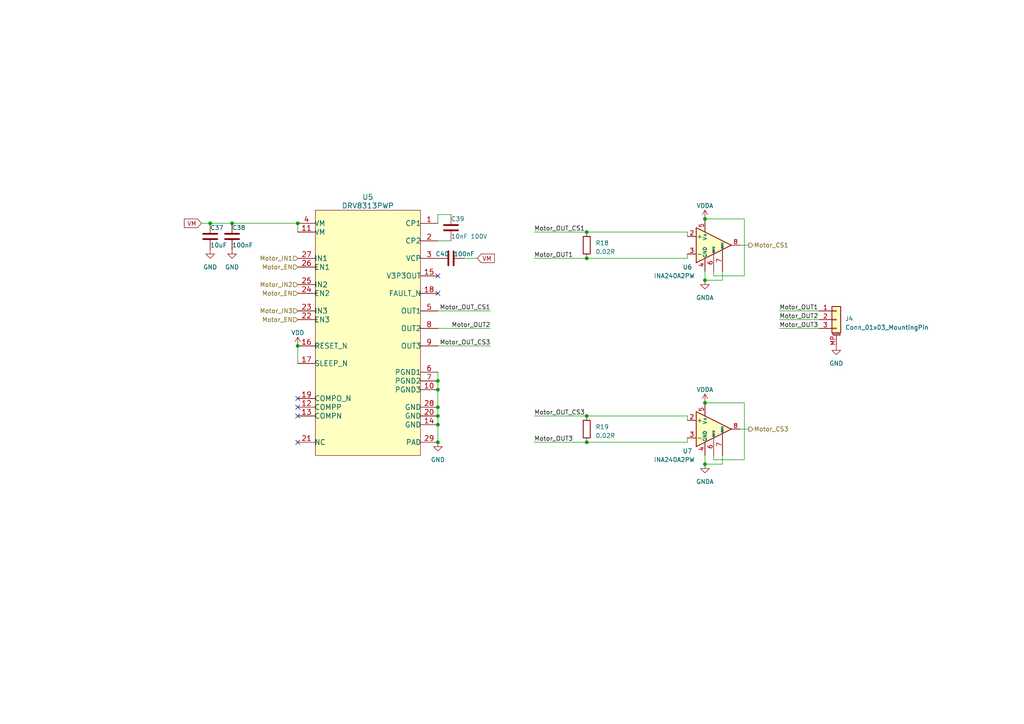
<source format=kicad_sch>
(kicad_sch (version 20230121) (generator eeschema)
  (paper "A4")
  (lib_symbols
    (symbol "Amplifier_Current:INA240A2PW" (pin_names (offset 0.127))
      (property "Reference" "U" (at 3.81 3.81 0))
      (property "Value" "INA240A2PW" (at 3.81 -2.54 0))
      (symbol "INA240A2PW_0_1"
        (polyline (pts (xy 5.08 0) (xy -5.08 5.08) (xy -5.08 -5.08) (xy 5.08 0)) (stroke (width 0.254)) (fill (type background)))
      )
      (symbol "INA240A2PW_1_1"
        (pin passive line (at -2.54 -7.62 90) (length 3.81) hide (name "GND") (number "1"))
        (pin input line (at -7.62 2.54 0) (length 2.54) (name "+") (number "2"))
        (pin input line (at -7.62 -2.54 0) (length 2.54) (name "-") (number "3"))
        (pin power_in line (at -2.54 -7.62 90) (length 3.81) (name "GND") (number "4"))
        (pin power_in line (at -2.54 7.62 270) (length 3.81) (name "V+") (number "5"))
        (pin passive line (at 0 -7.62 90) (length 5.08) (name "REF2") (number "6"))
        (pin passive line (at 2.54 -7.62 90) (length 6.35) (name "REF1") (number "7"))
        (pin output line (at 7.62 0 180) (length 2.54) (name "~") (number "8"))
      )
    )
    (symbol "Connector_Generic_MountingPin:Conn_01x03_MountingPin" (pin_names (offset 1.016) hide)
      (property "Reference" "J" (at 0 5.08 0))
      (property "Value" "Conn_01x03_MountingPin" (at 1.27 -5.08 0))
      (symbol "Conn_01x03_MountingPin_1_1"
        (rectangle (start -1.27 -2.413) (end 0 -2.667) (stroke (width 0.1524)))
        (rectangle (start -1.27 0.127) (end 0 -0.127) (stroke (width 0.1524)))
        (rectangle (start -1.27 2.667) (end 0 2.413) (stroke (width 0.1524)))
        (rectangle (start -1.27 3.81) (end 1.27 -3.81) (stroke (width 0.254)) (fill (type background)))
        (polyline (pts (xy -1.016 -4.572) (xy 1.016 -4.572)) (stroke (width 0.1524)))
        (text "Mounting" (at 0 -4.191 0) (effects (font (size 0.381 0.381))))
        (pin passive line (at -5.08 2.54 0) (length 3.81) (name "Pin_1") (number "1"))
        (pin passive line (at -5.08 0 0) (length 3.81) (name "Pin_2") (number "2"))
        (pin passive line (at -5.08 -2.54 0) (length 3.81) (name "Pin_3") (number "3"))
        (pin passive line (at 0 -7.62 90) (length 3.048) (name "MountPin") (number "MP"))
      )
    )
    (symbol "Device:C" (pin_numbers hide) (pin_names (offset 0.254))
      (property "Reference" "C" (at 0.635 2.54 0))
      (property "Value" "C" (at 0.635 -2.54 0))
      (symbol "C_0_1"
        (polyline (pts (xy -2.032 -0.762) (xy 2.032 -0.762)) (stroke (width 0.508)))
        (polyline (pts (xy -2.032 0.762) (xy 2.032 0.762)) (stroke (width 0.508)))
      )
      (symbol "C_1_1"
        (pin passive line (at 0 3.81 270) (length 2.794) (name "~") (number "1"))
        (pin passive line (at 0 -3.81 90) (length 2.794) (name "~") (number "2"))
      )
    )
    (symbol "Device:R" (pin_numbers hide) (pin_names (offset 0))
      (property "Reference" "R" (at 2.032 0 90))
      (property "Value" "R" (at 0 0 90))
      (symbol "R_0_1"
        (rectangle (start -1.016 -2.54) (end 1.016 2.54) (stroke (width 0.254)))
      )
      (symbol "R_1_1"
        (pin passive line (at 0 3.81 270) (length 1.27) (name "~") (number "1"))
        (pin passive line (at 0 -3.81 90) (length 1.27) (name "~") (number "2"))
      )
    )
    (symbol "czm_kicad_lib:DRV8313PWP" (pin_names (offset -0.254))
      (property "Reference" "U" (at 0 2.54 0))
      (property "Value" "DRV8313PWP" (at 0 0 0))
      (symbol "DRV8313PWP_1_1"
        (rectangle (start -15.24 34.29) (end 15.24 -36.83) (fill (type background)))
        (pin bidirectional line (at 20.32 30.48 180) (length 5.08) (name "CP1") (number "1"))
        (pin power_in line (at 20.32 -17.78 180) (length 5.08) (name "PGND3") (number "10"))
        (pin power_in line (at -20.32 27.94 0) (length 5.08) (name "VM") (number "11"))
        (pin input line (at -20.32 -22.86 0) (length 5.08) (name "COMPP") (number "12"))
        (pin input line (at -20.32 -25.4 0) (length 5.08) (name "COMPN") (number "13"))
        (pin power_in line (at 20.32 -27.94 180) (length 5.08) (name "GND") (number "14"))
        (pin power_in line (at 20.32 15.24 180) (length 5.08) (name "V3P3OUT") (number "15"))
        (pin input line (at -20.32 -5.08 0) (length 5.08) (name "RESET_N") (number "16"))
        (pin input line (at -20.32 -10.16 0) (length 5.08) (name "SLEEP_N") (number "17"))
        (pin output line (at 20.32 10.16 180) (length 5.08) (name "FAULT_N") (number "18"))
        (pin output line (at -20.32 -20.32 0) (length 5.08) (name "COMPO_N") (number "19"))
        (pin bidirectional line (at 20.32 25.4 180) (length 5.08) (name "CP2") (number "2"))
        (pin power_in line (at 20.32 -25.4 180) (length 5.08) (name "GND") (number "20"))
        (pin unspecified line (at -20.32 -33.02 0) (length 5.08) (name "NC") (number "21"))
        (pin input line (at -20.32 2.54 0) (length 5.08) (name "EN3") (number "22"))
        (pin input line (at -20.32 5.08 0) (length 5.08) (name "IN3") (number "23"))
        (pin input line (at -20.32 10.16 0) (length 5.08) (name "EN2") (number "24"))
        (pin input line (at -20.32 12.7 0) (length 5.08) (name "IN2") (number "25"))
        (pin input line (at -20.32 17.78 0) (length 5.08) (name "EN1") (number "26"))
        (pin input line (at -20.32 20.32 0) (length 5.08) (name "IN1") (number "27"))
        (pin power_in line (at 20.32 -22.86 180) (length 5.08) (name "GND") (number "28"))
        (pin power_in line (at 20.32 -33.02 180) (length 5.08) (name "PAD") (number "29"))
        (pin bidirectional line (at 20.32 20.32 180) (length 5.08) (name "VCP") (number "3"))
        (pin power_in line (at -20.32 30.48 0) (length 5.08) (name "VM") (number "4"))
        (pin output line (at 20.32 5.08 180) (length 5.08) (name "OUT1") (number "5"))
        (pin power_in line (at 20.32 -12.7 180) (length 5.08) (name "PGND1") (number "6"))
        (pin power_in line (at 20.32 -15.24 180) (length 5.08) (name "PGND2") (number "7"))
        (pin output line (at 20.32 0 180) (length 5.08) (name "OUT2") (number "8"))
        (pin output line (at 20.32 -5.08 180) (length 5.08) (name "OUT3") (number "9"))
      )
    )
    (symbol "power:GND" (power) (pin_names (offset 0))
      (property "Value" "GND" (at 0 -3.81 0))
      (symbol "GND_0_1"
        (polyline (pts (xy 0 0) (xy 0 -1.27) (xy 1.27 -1.27) (xy 0 -2.54) (xy -1.27 -1.27) (xy 0 -1.27)))
      )
      (symbol "GND_1_1"
        (pin power_in line (at 0 0 270) (length 0) hide (name "GND") (number "1"))
      )
    )
    (symbol "power:GNDA" (power) (pin_names (offset 0))
      (property "Value" "GNDA" (at 0 -3.81 0))
      (symbol "GNDA_0_1"
        (polyline (pts (xy 0 0) (xy 0 -1.27) (xy 1.27 -1.27) (xy 0 -2.54) (xy -1.27 -1.27) (xy 0 -1.27)))
      )
      (symbol "GNDA_1_1"
        (pin power_in line (at 0 0 270) (length 0) hide (name "GNDA") (number "1"))
      )
    )
    (symbol "power:VDD" (power) (pin_names (offset 0))
      (property "Value" "VDD" (at 0 3.81 0))
      (symbol "VDD_0_1"
        (polyline (pts (xy -0.762 1.27) (xy 0 2.54)))
        (polyline (pts (xy 0 0) (xy 0 2.54)))
        (polyline (pts (xy 0 2.54) (xy 0.762 1.27)))
      )
      (symbol "VDD_1_1"
        (pin power_in line (at 0 0 90) (length 0) hide (name "VDD") (number "1"))
      )
    )
    (symbol "power:VDDA" (power) (pin_names (offset 0))
      (property "Value" "VDDA" (at 0 3.81 0))
      (symbol "VDDA_0_1"
        (polyline (pts (xy -0.762 1.27) (xy 0 2.54)))
        (polyline (pts (xy 0 0) (xy 0 2.54)))
        (polyline (pts (xy 0 2.54) (xy 0.762 1.27)))
      )
      (symbol "VDDA_1_1"
        (pin power_in line (at 0 0 90) (length 0) hide (name "VDDA") (number "1"))
      )
    )
  )
  (junction (at 67.31 64.77))
  (junction (at 127 118.11))
  (junction (at 127 110.49))
  (junction (at 86.36 100.33))
  (junction (at 204.47 116.84))
  (junction (at 204.47 63.5))
  (junction (at 170.18 120.65))
  (junction (at 127 113.03))
  (junction (at 127 128.27))
  (junction (at 204.47 81.28))
  (junction (at 60.96 64.77))
  (junction (at 127 123.19))
  (junction (at 86.36 64.77))
  (junction (at 127 120.65))
  (junction (at 170.18 74.93))
  (junction (at 204.47 134.62))
  (junction (at 170.18 67.31))
  (junction (at 170.18 128.27))
  (no_connect (at 86.36 120.65))
  (no_connect (at 86.36 115.57))
  (no_connect (at 127 85.09))
  (no_connect (at 127 80.01))
  (no_connect (at 86.36 118.11))
  (no_connect (at 86.36 128.27))
  (wire (pts (xy 138.43 74.93) (xy 134.62 74.93)))
  (wire (pts (xy 199.39 128.27) (xy 199.39 127)))
  (wire (pts (xy 127 107.95) (xy 127 110.49)))
  (wire (pts (xy 204.47 134.62) (xy 204.47 132.08)))
  (wire (pts (xy 154.94 74.93) (xy 170.18 74.93)))
  (wire (pts (xy 207.01 80.01) (xy 215.9 80.01)))
  (wire (pts (xy 127 64.77) (xy 127 62.23)))
  (wire (pts (xy 207.01 133.35) (xy 207.01 132.08)))
  (wire (pts (xy 209.55 78.74) (xy 209.55 81.28)))
  (wire (pts (xy 127 118.11) (xy 127 120.65)))
  (wire (pts (xy 204.47 81.28) (xy 204.47 78.74)))
  (wire (pts (xy 67.31 64.77) (xy 86.36 64.77)))
  (wire (pts (xy 154.94 120.65) (xy 170.18 120.65)))
  (wire (pts (xy 58.42 64.77) (xy 60.96 64.77)))
  (wire (pts (xy 142.24 100.33) (xy 127 100.33)))
  (wire (pts (xy 170.18 120.65) (xy 199.39 120.65)))
  (wire (pts (xy 215.9 133.35) (xy 215.9 116.84)))
  (wire (pts (xy 127 69.85) (xy 130.81 69.85)))
  (wire (pts (xy 226.06 90.17) (xy 237.49 90.17)))
  (wire (pts (xy 60.96 64.77) (xy 67.31 64.77)))
  (wire (pts (xy 214.63 124.46) (xy 217.17 124.46)))
  (wire (pts (xy 154.94 128.27) (xy 170.18 128.27)))
  (wire (pts (xy 209.55 132.08) (xy 209.55 134.62)))
  (wire (pts (xy 215.9 116.84) (xy 204.47 116.84)))
  (wire (pts (xy 170.18 128.27) (xy 199.39 128.27)))
  (wire (pts (xy 207.01 133.35) (xy 215.9 133.35)))
  (wire (pts (xy 209.55 134.62) (xy 204.47 134.62)))
  (wire (pts (xy 214.63 71.12) (xy 217.17 71.12)))
  (wire (pts (xy 154.94 67.31) (xy 170.18 67.31)))
  (wire (pts (xy 142.24 90.17) (xy 127 90.17)))
  (wire (pts (xy 199.39 68.58) (xy 199.39 67.31)))
  (wire (pts (xy 209.55 81.28) (xy 204.47 81.28)))
  (wire (pts (xy 127 110.49) (xy 127 113.03)))
  (wire (pts (xy 170.18 74.93) (xy 199.39 74.93)))
  (wire (pts (xy 226.06 95.25) (xy 237.49 95.25)))
  (wire (pts (xy 127 62.23) (xy 130.81 62.23)))
  (wire (pts (xy 226.06 92.71) (xy 237.49 92.71)))
  (wire (pts (xy 207.01 80.01) (xy 207.01 78.74)))
  (wire (pts (xy 127 113.03) (xy 127 118.11)))
  (wire (pts (xy 127 123.19) (xy 127 128.27)))
  (wire (pts (xy 215.9 80.01) (xy 215.9 63.5)))
  (wire (pts (xy 170.18 67.31) (xy 199.39 67.31)))
  (wire (pts (xy 86.36 64.77) (xy 86.36 67.31)))
  (wire (pts (xy 199.39 74.93) (xy 199.39 73.66)))
  (wire (pts (xy 127 120.65) (xy 127 123.19)))
  (wire (pts (xy 142.24 95.25) (xy 127 95.25)))
  (wire (pts (xy 199.39 121.92) (xy 199.39 120.65)))
  (wire (pts (xy 215.9 63.5) (xy 204.47 63.5)))
  (wire (pts (xy 86.36 100.33) (xy 86.36 105.41)))
  (label "Motor_OUT_CS1" (at 142.24 90.17 180))
  (label "Motor_OUT_CS3" (at 142.24 100.33 180))
  (label "Motor_OUT3" (at 226.06 95.25 0))
  (label "Motor_OUT1" (at 154.94 74.93 0))
  (label "Motor_OUT3" (at 154.94 128.27 0))
  (label "Motor_OUT1" (at 226.06 90.17 0))
  (label "Motor_OUT_CS1" (at 154.94 67.31 0))
  (label "Motor_OUT_CS3" (at 154.94 120.65 0))
  (label "Motor_OUT2" (at 142.24 95.25 180))
  (label "Motor_OUT2" (at 226.06 92.71 0))
  (global_label "VM" (shape input) (at 58.42 64.77 180) (property "Intersheetrefs" "${INTERSHEET_REFS}" (effects hide)))
  (global_label "VM" (shape input) (at 138.43 74.93 0) (property "Intersheetrefs" "${INTERSHEET_REFS}" (effects hide)))
  (hierarchical_label "Motor_IN2" (shape input) (at 86.36 82.55 180))
  (hierarchical_label "Motor_IN1" (shape input) (at 86.36 74.93 180))
  (hierarchical_label "Motor_EN" (shape input) (at 86.36 85.09 180))
  (hierarchical_label "Motor_EN" (shape input) (at 86.36 77.47 180))
  (hierarchical_label "Motor_IN3" (shape input) (at 86.36 90.17 180))
  (hierarchical_label "Motor_EN" (shape input) (at 86.36 92.71 180))
  (hierarchical_label "Motor_CS3" (shape output) (at 217.17 124.46 0))
  (hierarchical_label "Motor_CS1" (shape output) (at 217.17 71.12 0))
  (symbol (lib_id "power:GND") (at 242.57 100.33 0) (unit 1)
    (property "Reference" "#PWR063" (effects hide))
    (property "Value" "GND" (at 242.57 105.41 0))
  )
  (symbol (lib_id "Device:R") (at 170.18 71.12 0) (unit 1)
    (property "Reference" "R18" (at 172.72 70.485 0) (effects (justify left)))
    (property "Value" "0.02R" (at 172.72 73.025 0) (effects (justify left)))
    (property "Footprint" "Resistor_SMD:R_1206_3216Metric" (effects hide))
  )
  (symbol (lib_id "power:GND") (at 127 128.27 0) (unit 1)
    (property "Reference" "#PWR057" (effects hide))
    (property "Value" "GND" (at 127 133.35 0))
  )
  (symbol (lib_id "power:VDDA") (at 204.47 63.5 0) (unit 1)
    (property "Reference" "#PWR059" (effects hide))
    (property "Value" "VDDA" (at 204.47 59.69 0))
  )
  (symbol (lib_id "power:VDDA") (at 204.47 116.84 0) (unit 1)
    (property "Reference" "#PWR061" (effects hide))
    (property "Value" "VDDA" (at 204.47 113.03 0))
  )
  (symbol (lib_id "Amplifier_Current:INA240A2PW") (at 207.01 71.12 0) (unit 1)
    (property "Reference" "U6" (at 199.39 77.47 0))
    (property "Value" "INA240A2PW" (at 195.58 80.01 0))
    (property "Footprint" "Package_SO:TSSOP-8_4.4x3mm_P0.65mm" (effects hide))
    (property "Datasheet" "http://www.ti.com/lit/ds/symlink/ina240.pdf" (effects hide))
  )
  (symbol (lib_id "power:GNDA") (at 204.47 134.62 0) (unit 1)
    (property "Reference" "#PWR062" (effects hide))
    (property "Value" "GNDA" (at 204.47 139.7 0))
  )
  (symbol (lib_id "Device:C") (at 130.81 74.93 90) (unit 1)
    (property "Reference" "C40" (at 128.27 73.66 90))
    (property "Value" "100nF" (at 134.62 73.66 90))
    (property "Footprint" "Capacitor_SMD:C_0402_1005Metric" (effects hide))
  )
  (symbol (lib_id "Device:C") (at 60.96 68.58 0) (unit 1)
    (property "Reference" "C37" (at 60.96 66.04 0) (effects (justify left)))
    (property "Value" "10uF" (at 60.96 71.12 0) (effects (justify left)))
    (property "Footprint" "Capacitor_SMD:C_1206_3216Metric" (effects hide))
  )
  (symbol (lib_id "power:VDD") (at 86.36 100.33 0) (unit 1)
    (property "Reference" "#PWR056" (effects hide))
    (property "Value" "VDD" (at 86.36 96.52 0))
  )
  (symbol (lib_id "Device:C") (at 130.81 66.04 0) (unit 1)
    (property "Reference" "C39" (at 130.81 63.5 0) (effects (justify left)))
    (property "Value" "10nF 100V" (at 130.81 68.58 0) (effects (justify left)))
    (property "Footprint" "Capacitor_SMD:C_0805_2012Metric" (effects hide))
  )
  (symbol (lib_id "Amplifier_Current:INA240A2PW") (at 207.01 124.46 0) (unit 1)
    (property "Reference" "U7" (at 199.39 130.81 0))
    (property "Value" "INA240A2PW" (at 195.58 133.35 0))
    (property "Footprint" "Package_SO:TSSOP-8_4.4x3mm_P0.65mm" (effects hide))
    (property "Datasheet" "http://www.ti.com/lit/ds/symlink/ina240.pdf" (effects hide))
  )
  (symbol (lib_id "power:GND") (at 67.31 72.39 0) (unit 1)
    (property "Reference" "#PWR055" (effects hide))
    (property "Value" "GND" (at 67.31 77.47 0))
  )
  (symbol (lib_id "Device:C") (at 67.31 68.58 0) (unit 1)
    (property "Reference" "C38" (at 67.31 66.04 0) (effects (justify left)))
    (property "Value" "100nF" (at 67.31 71.12 0) (effects (justify left)))
    (property "Footprint" "Capacitor_SMD:C_0402_1005Metric" (effects hide))
  )
  (symbol (lib_id "power:GND") (at 60.96 72.39 0) (unit 1)
    (property "Reference" "#PWR054" (effects hide))
    (property "Value" "GND" (at 60.96 77.47 0))
  )
  (symbol (lib_id "Connector_Generic_MountingPin:Conn_01x03_MountingPin") (at 242.57 92.71 0) (unit 1)
    (property "Reference" "J4" (at 245.11 92.4306 0) (effects (justify left)))
    (property "Value" "Conn_01x03_MountingPin" (at 245.11 94.9706 0) (effects (justify left)))
    (property "Footprint" "Connector_JST:JST_SH_SM03B-SRSS-TB_1x03-1MP_P1.00mm_Horizontal" (effects hide))
  )
  (symbol (lib_id "power:GNDA") (at 204.47 81.28 0) (unit 1)
    (property "Reference" "#PWR060" (effects hide))
    (property "Value" "GNDA" (at 204.47 86.36 0))
  )
  (symbol (lib_id "czm_kicad_lib:DRV8313PWP") (at 106.68 95.25 0) (unit 1)
    (property "Reference" "U5" (at 106.68 57.15 0) (effects (font (size 1.524 1.524))))
    (property "Value" "DRV8313PWP" (at 106.68 59.69 0) (effects (font (size 1.524 1.524))))
    (property "Footprint" "czm_kicad_lib:DRV8313PWP" (effects hide))
  )
  (symbol (lib_id "Device:R") (at 170.18 124.46 0) (unit 1)
    (property "Reference" "R19" (at 172.72 123.825 0) (effects (justify left)))
    (property "Value" "0.02R" (at 172.72 126.365 0) (effects (justify left)))
    (property "Footprint" "Resistor_SMD:R_1206_3216Metric" (effects hide))
  )
)
</source>
